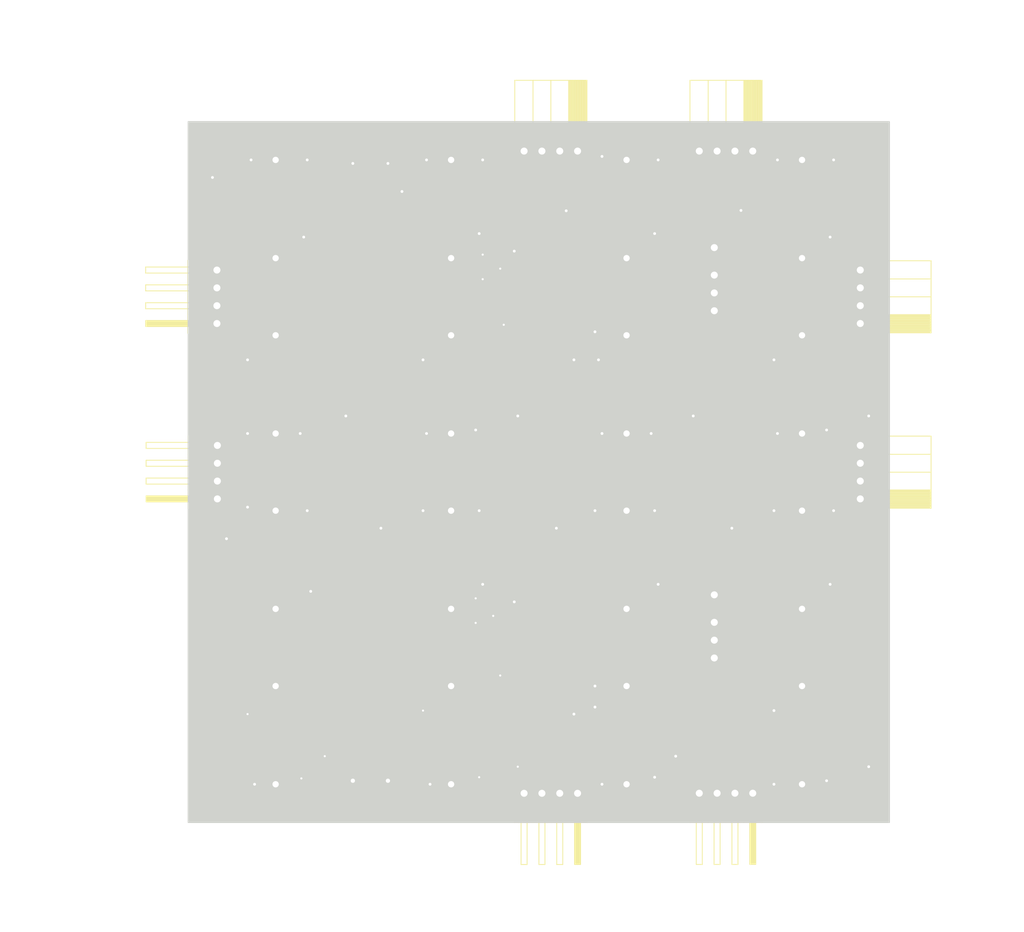
<source format=kicad_pcb>
(kicad_pcb (version 20241229) (generator "pcbnew") (generator_version "9.0")
  (title_block (title "4x4 LED_mux_switch panel") (date "2025-11-07"))
  (layers (0 "F.Cu" signal) (4 "In1.Cu" power "GND plane") (6 "In2.Cu" power "VCC plane") (2 "B.Cu" signal) (13 "F.Paste" user) (15 "B.Paste" user) (5 "F.SilkS" user "F.Silkscreen") (7 "B.SilkS" user "B.Silkscreen") (1 "F.Mask" user) (3 "B.Mask" user) (25 "Edge.Cuts" user))
  (net 0 "")
  (net 1 "GND")
  (net 2 "+5V")
  (net 3 "Net-(D1-DIN)")
  (net 4 "Net-(D1-DOUT)")
  (net 5 "Net-(D2-DOUT)")
  (net 6 "Net-(D3-DOUT)")
  (net 7 "Net-(D5-DOUT)")
  (net 8 "Net-(D5-DIN)")
  (net 9 "Net-(D6-DOUT)")
  (net 10 "Net-(D7-DOUT)")
  (net 11 "Net-(D10-DIN)")
  (net 12 "Net-(D9-DIN)")
  (net 13 "Net-(D10-DOUT)")
  (net 14 "Net-(D11-DOUT)")
  (net 15 "Net-(D13-DIN)")
  (net 16 "Net-(J1-Pin_1)")
  (net 17 "Net-(J2-Pin_3)")
  (net 18 "Net-(J2-Pin_2)")
  (net 19 "Net-(J2-Pin_1)")
  (net 20 "Net-(J3-Pin_1)")
  (net 21 "Net-(J4-Pin_2)")
  (net 22 "Net-(J4-Pin_1)")
  (net 23 "Net-(J4-Pin_3)")
  (net 24 "/Y00")
  (net 25 "/Y01")
  (net 26 "/Y02")
  (net 27 "/Y03")
  (net 28 "/Y04")
  (net 29 "/Y05")
  (net 30 "/Y06")
  (net 31 "/Y07")
  (net 32 "/Y10")
  (net 33 "/Y11")
  (net 34 "/Y12")
  (net 35 "/Y13")
  (net 36 "/Y14")
  (net 37 "/Y15")
  (net 38 "/Y16")
  (net 39 "/Y17")
  (net 40 "/DOUT_0")
  (net 41 "/DOUT_2")
  (net 42 "/DOUT_1")
  (net 43 "/DOUT_3")
  (net 44 "/DIN_0")
  (net 45 "/DIN_1")
  (net 46 "/DIN_3")
  (net 47 "/DIN_2")
  (net 50 "Net-(D13-DOUT)")
  (net 51 "Net-(D14-DOUT)")
  (net 52 "Net-(D15-DOUT)")
  (footprint "LED_SMD:LED_WS2812B_PLCC4_5.0x5.0mm_P3.2mm" (layer "F.Cu") (at 143.12 82.08 180)
    (property "Reference" "D11")
    (property "Value" "WS2812B")
  )
  (footprint "Reed_switch:ReedSwitch_2x14mm" (layer "F.Cu") (at 93.12 82.08 -90)
    (property "Reference" "SW9" (hide yes))
    (property "Value" "SW_Reed")
  )
  (footprint "Jumper:SolderJumper-2_P1.3mm_Open_Pad1.0x1.5mm" (layer "F.Cu") (at 174.62 119.58 90)
    (property "Reference" "JP2")
    (property "Value" "SolderJumper_2_Open" (hide yes))
  )
  (footprint "Jumper:SolderJumper-2_P1.3mm_Open_Pad1.0x1.5mm" (layer "F.Cu") (at 91.12 94.58 90)
    (property "Reference" "JP3")
    (property "Value" "SolderJumper_2_Open" (hide yes))
  )
  (footprint "Capacitor_SMD:C_0805_2012Metric_Pad1.18x1.45mm_HandSolder" (layer "F.Cu") (at 162.32 57.28)
    (property "Reference" "C13")
    (property "Value" "100nF")
  )
  (footprint "Reed_switch:ReedSwitch_2x14mm" (layer "F.Cu") (at 118.12 57.08 90)
    (property "Reference" "SW15" (hide yes))
    (property "Value" "SW_Reed")
  )
  (footprint "Connector_PinHeader_2.54mm:PinHeader_1x04_P2.54mm_Horizontal" (layer "F.Cu") (at 161.1 140.36 -90)
    (property "Reference" "J6")
    (property "Value" "Conn_01x04_Pin")
  )
  (footprint "LED_SMD:LED_WS2812B_PLCC4_5.0x5.0mm_P3.2mm" (layer "F.Cu") (at 93.12 132.08 180)
    (property "Reference" "D1")
    (property "Value" "WS2812B")
  )
  (footprint "LED_SMD:LED_WS2812B_PLCC4_5.0x5.0mm_P3.2mm" (layer "F.Cu") (at 118.12 82.08 180)
    (property "Reference" "D10")
    (property "Value" "WS2812B")
  )
  (footprint "LED_SMD:LED_WS2812B_PLCC4_5.0x5.0mm_P3.2mm" (layer "F.Cu") (at 168.12 82.08 180)
    (property "Reference" "D12")
    (property "Value" "WS2812B")
  )
  (footprint "Capacitor_SMD:C_0805_2012Metric_Pad1.18x1.45mm_HandSolder" (layer "F.Cu") (at 87.12 52.58)
    (property "Reference" "C16")
    (property "Value" "100nF")
  )
  (footprint "Capacitor_SMD:C_0805_2012Metric_Pad1.18x1.45mm_HandSolder" (layer "F.Cu") (at 112.12 102.58)
    (property "Reference" "C7")
    (property "Value" "100nF")
  )
  (footprint "TestPoint:TestPoint_Pad_3.0x3.0mm" (layer "F.Cu") (at 82.62 132.08)
    (property "Reference" "TP1")
    (property "Value" "DIN_0")
  )
  (footprint "Reed_switch:ReedSwitch_2x14mm" (layer "F.Cu") (at 143.12 132.08 -90)
    (property "Reference" "SW3" (hide yes))
    (property "Value" "SW_Reed")
  )
  (footprint "Connector_PinSocket_2.54mm:PinSocket_1x04_P2.54mm_Horizontal" (layer "F.Cu") (at 136.14 48.82 -90)
    (property "Reference" "J8")
    (property "Value" "Conn_01x04_Pin")
  )
  (footprint "TestPoint:TestPoint_Pad_4.0x4.0mm" (layer "F.Cu") (at 104.12 142.08)
    (property "Reference" "TP9")
    (property "Value" "VDD_IN")
  )
  (footprint "TestPoint:TestPoint_Pad_4.0x4.0mm" (layer "F.Cu") (at 104.12 47.08)
    (property "Reference" "TP11")
    (property "Value" "VDD_OUT")
  )
  (footprint "Resistor_SMD:R_0805_2012Metric_Pad1.20x1.40mm_HandSolder" (layer "F.Cu") (at 174.12 57.08 90)
    (property "Reference" "R4")
    (property "Value" "330")
  )
  (footprint "Resistor_SMD:R_0805_2012Metric_Pad1.20x1.40mm_HandSolder" (layer "F.Cu") (at 174.12 107.08 90)
    (property "Reference" "R2")
    (property "Value" "330")
  )
  (footprint "Capacitor_SMD:C_0805_2012Metric_Pad1.18x1.45mm_HandSolder" (layer "F.Cu") (at 137.32 57.28)
    (property "Reference" "C14")
    (property "Value" "100nF")
  )
  (footprint "LED_SMD:LED_WS2812B_PLCC4_5.0x5.0mm_P3.2mm" (layer "F.Cu") (at 93.12 57.08)
    (property "Reference" "D16")
    (property "Value" "WS2812B")
  )
  (footprint "Reed_switch:ReedSwitch_2x14mm" (layer "F.Cu") (at 93.12 132.08 -90)
    (property "Reference" "SW1" (hide yes))
    (property "Value" "SW_Reed")
  )
  (footprint "Capacitor_SMD:C_0805_2012Metric_Pad1.18x1.45mm_HandSolder" (layer "F.Cu") (at 87.12 102.08)
    (property "Reference" "C8")
    (property "Value" "100nF")
  )
  (footprint "LED_SMD:LED_WS2812B_PLCC4_5.0x5.0mm_P3.2mm" (layer "F.Cu") (at 93.12 107.08)
    (property "Reference" "D8")
    (property "Value" "WS2812B")
  )
  (footprint "Reed_switch:ReedSwitch_2x14mm" (layer "F.Cu") (at 143.12 57.08 90)
    (property "Reference" "SW14" (hide yes))
    (property "Value" "SW_Reed")
  )
  (footprint "Capacitor_SMD:C_0805_2012Metric_Pad1.18x1.45mm_HandSolder" (layer "F.Cu") (at 124.12 136.58 180)
    (property "Reference" "C2")
    (property "Value" "100nF")
  )
  (footprint "LED_SMD:LED_WS2812B_PLCC4_5.0x5.0mm_P3.2mm" (layer "F.Cu") (at 143.12 132.08 180)
    (property "Reference" "D3")
    (property "Value" "WS2812B")
  )
  (footprint "LED_SMD:LED_WS2812B_PLCC4_5.0x5.0mm_P3.2mm" (layer "F.Cu") (at 143.12 107.08)
    (property "Reference" "D6")
    (property "Value" "WS2812B")
  )
  (footprint "LED_SMD:LED_WS2812B_PLCC4_5.0x5.0mm_P3.2mm" (layer "F.Cu") (at 118.12 132.08 180)
    (property "Reference" "D2")
    (property "Value" "WS2812B")
  )
  (footprint "Connector_PinSocket_2.54mm:PinSocket_1x04_P2.54mm_Horizontal" (layer "F.Cu") (at 176.42 73.4 180)
    (property "Reference" "J11")
    (property "Value" "Conn_01x04_Pin")
  )
  (footprint "Capacitor_SMD:C_0805_2012Metric_Pad1.18x1.45mm_HandSolder" (layer "F.Cu") (at 149.12 86.58 180)
    (property "Reference" "C11")
    (property "Value" "100nF")
  )
  (footprint "TestPoint:TestPoint_Pad_3.0x3.0mm" (layer "F.Cu") (at 178.62 82.08)
    (property "Reference" "TP6")
    (property "Value" "DOUT_2")
  )
  (footprint "LED_SMD:LED_WS2812B_PLCC4_5.0x5.0mm_P3.2mm" (layer "F.Cu") (at 118.12 57.08)
    (property "Reference" "D15")
    (property "Value" "WS2812B")
  )
  (footprint "Reed_switch:ReedSwitch_2x14mm" (layer "F.Cu") (at 168.12 107.08 90)
    (property "Reference" "SW5" (hide yes))
    (property "Value" "SW_Reed")
  )
  (footprint "Connector_PinHeader_2.54mm:PinHeader_1x04_P2.54mm_Horizontal" (layer "F.Cu") (at 84.82 98.4 180)
    (property "Reference" "J10")
    (property "Value" "Conn_01x04_Pin")
  )
  (footprint "Reed_switch:ReedSwitch_2x14mm" (layer "F.Cu") (at 118.12 82.08 -90)
    (property "Reference" "SW10" (hide yes))
    (property "Value" "SW_Reed")
  )
  (footprint "LED_SMD:LED_WS2812B_PLCC4_5.0x5.0mm_P3.2mm" (layer "F.Cu") (at 118.12 107.08)
    (property "Reference" "D7")
    (property "Value" "WS2812B")
  )
  (footprint "Capacitor_SMD:C_0805_2012Metric_Pad1.18x1.45mm_HandSolder" (layer "F.Cu") (at 99.12 136.58 180)
    (property "Reference" "C1")
    (property "Value" "100nF")
  )
  (footprint "Jumper:SolderJumper-2_P1.3mm_Open_Pad1.0x1.5mm" (layer "F.Cu") (at 84.820029 142.580999 90)
    (property "Reference" "JP1")
    (property "Value" "SolderJumper_2_Open" (hide yes))
  )
  (footprint "Reed_switch:ReedSwitch_2x14mm" (layer "F.Cu") (at 118.12 132.08 -90)
    (property "Reference" "SW2" (hide yes))
    (property "Value" "SW_Reed")
  )
  (footprint "LED_SMD:LED_WS2812B_PLCC4_5.0x5.0mm_P3.2mm" (layer "F.Cu") (at 168.12 57.08)
    (property "Reference" "D13")
    (property "Value" "WS2812B")
  )
  (footprint "TestPoint:TestPoint_Pad_3.0x3.0mm" (layer "F.Cu") (at 178.62 57.08)
    (property "Reference" "TP7")
    (property "Value" "DIN_3")
  )
  (footprint "Resistor_SMD:R_0805_2012Metric_Pad1.20x1.40mm_HandSolder" (layer "F.Cu") (at 87.12 132.08 90)
    (property "Reference" "R1")
    (property "Value" "330")
  )
  (footprint "Reed_switch:ReedSwitch_2x14mm" (layer "F.Cu") (at 93.12 57.08 90)
    (property "Reference" "SW16" (hide yes))
    (property "Value" "SW_Reed")
  )
  (footprint "Connector_PinHeader_2.54mm:PinHeader_1x04_P2.54mm_Horizontal" (layer "F.Cu") (at 136.14 140.37 -90)
    (property "Reference" "J5")
    (property "Value" "Conn_01x04_Pin")
  )
  (footprint "Reed_switch:ReedSwitch_2x14mm" (layer "F.Cu") (at 168.12 57.08 90)
    (property "Reference" "SW13" (hide yes))
    (property "Value" "SW_Reed")
  )
  (footprint "Jumper:SolderJumper-2_P1.3mm_Open_Pad1.0x1.5mm" (layer "F.Cu") (at 84.120707 46.229293 90)
    (property "Reference" "JP5")
    (property "Value" "SolderJumper_2_Open" (hide yes))
  )
  (footprint "Capacitor_SMD:C_0805_2012Metric_Pad1.18x1.45mm_HandSolder" (layer "F.Cu") (at 124.12 86.58 180)
    (property "Reference" "C10")
    (property "Value" "100nF")
  )
  (footprint "TestPoint:TestPoint_Pad_4.0x4.0mm" (layer "F.Cu") (at 109.12 142.08)
    (property "Reference" "TP10")
    (property "Value" "GND_IN")
  )
  (footprint "TestPoint:TestPoint_Pad_3.0x3.0mm" (layer "F.Cu") (at 82.62 82.08)
    (property "Reference" "TP5")
    (property "Value" "DIN_2")
  )
  (footprint "Reed_switch:ReedSwitch_2x14mm" (layer "F.Cu") (at 118.12 107.08 90)
    (property "Reference" "SW7")
    (property "Value" "SW_Reed")
  )
  (footprint "Capacitor_SMD:C_0805_2012Metric_Pad1.18x1.45mm_HandSolder" (layer "F.Cu") (at 174.12 136.58 180)
    (property "Reference" "C4")
    (property "Value" "100nF")
  )
  (footprint "Reed_switch:ReedSwitch_2x14mm" (layer "F.Cu") (at 168.12 132.08 -90)
    (property "Reference" "SW4" (hide yes))
    (property "Value" "SW_Reed")
  )
  (footprint "Capacitor_SMD:C_0805_2012Metric_Pad1.18x1.45mm_HandSolder" (layer "F.Cu") (at 162.12 102.58)
    (property "Reference" "C5")
    (property "Value" "100nF")
  )
  (footprint "Resistor_SMD:R_0805_2012Metric_Pad1.20x1.40mm_HandSolder" (layer "F.Cu") (at 87.12 82.08 90)
    (property "Reference" "R3")
    (property "Value" "330")
  )
  (footprint "Reed_switch:ReedSwitch_2x14mm" (layer "F.Cu") (at 143.12 107.08 90)
    (property "Reference" "SW6" (hide yes))
    (property "Value" "SW_Reed")
  )
  (footprint "Capacitor_SMD:C_0805_2012Metric_Pad1.18x1.45mm_HandSolder" (layer "F.Cu") (at 174.12 86.58 180)
    (property "Reference" "C12")
    (property "Value" "100nF")
  )
  (footprint "Capacitor_SMD:C_0805_2012Metric_Pad1.18x1.45mm_HandSolder" (layer "F.Cu") (at 149.12 136.58 180)
    (property "Reference" "C3")
    (property "Value" "100nF")
  )
  (footprint "Connector_PinHeader_2.54mm:PinHeader_1x04_P2.54mm_Horizontal" (layer "F.Cu") (at 84.755 73.4 180)
    (property "Reference" "J9")
    (property "Value" "Conn_01x04_Pin")
  )
  (footprint "Connector_PinSocket_2.54mm:PinSocket_1x04_P2.54mm_Horizontal" (layer "F.Cu") (at 161.1 48.82 -90)
    (property "Reference" "J7")
    (property "Value" "Conn_01x04_Pin")
  )
  (footprint "LED_SMD:LED_WS2812B_PLCC4_5.0x5.0mm_P3.2mm" (layer "F.Cu") (at 93.12 82.08 180)
    (property "Reference" "D9")
    (property "Value" "WS2812B")
  )
  (footprint "TestPoint:TestPoint_Pad_3.0x3.0mm" (layer "F.Cu") (at 178.62 132.08)
    (property "Reference" "TP2")
    (property "Value" "DOUT_0")
  )
  (footprint "Reed_switch:ReedSwitch_2x14mm" (layer "F.Cu") (at 143.12 82.08 -90)
    (property "Reference" "SW11" (hide yes))
    (property "Value" "SW_Reed")
  )
  (footprint "LED_SMD:LED_WS2812B_PLCC4_5.0x5.0mm_P3.2mm" (layer "F.Cu") (at 143.12 57.08)
    (property "Reference" "D14")
    (property "Value" "WS2812B")
  )
  (footprint "TestPoint:TestPoint_Pad_4.0x4.0mm" (layer "F.Cu") (at 109.12 47.08)
    (property "Reference" "TP12")
    (property "Value" "GND_OUT")
  )
  (footprint "TestPoint:TestPoint_Pad_3.0x3.0mm" (layer "F.Cu") (at 178.62 107.08)
    (property "Reference" "TP3")
    (property "Value" "DIN_1")
  )
  (footprint "Jumper:SolderJumper-2_P1.3mm_Open_Pad1.0x1.5mm" (layer "F.Cu") (at 169.62 69.58 90)
    (property "Reference" "JP4")
    (property "Value" "SolderJumper_2_Open" (hide yes))
  )
  (footprint "Capacitor_SMD:C_0805_2012Metric_Pad1.18x1.45mm_HandSolder" (layer "F.Cu") (at 137.12 102.58)
    (property "Reference" "C6")
    (property "Value" "100nF")
  )
  (footprint "TestPoint:TestPoint_Pad_3.0x3.0mm" (layer "F.Cu") (at 82.62 57.08)
    (property "Reference" "TP8")
    (property "Value" "DOUT_3")
  )
  (footprint "Reed_switch:ReedSwitch_2x14mm" (layer "F.Cu") (at 93.12 107.08 90)
    (property "Reference" "SW8")
    (property "Value" "SW_Reed")
  )
  (footprint "Capacitor_SMD:C_0805_2012Metric_Pad1.18x1.45mm_HandSolder" (layer "F.Cu") (at 99.12 86.58 180)
    (property "Reference" "C9")
    (property "Value" "100nF")
  )
  (footprint "Capacitor_SMD:C_0805_2012Metric_Pad1.18x1.45mm_HandSolder" (layer "F.Cu") (at 112.12 53.08)
    (property "Reference" "C15")
    (property "Value" "100nF")
  )
  (footprint "LED_SMD:LED_WS2812B_PLCC4_5.0x5.0mm_P3.2mm" (layer "F.Cu") (at 168.12 132.08 180)
    (property "Reference" "D4")
    (property "Value" "WS2812B")
  )
  (footprint "TestPoint:TestPoint_Pad_3.0x3.0mm" (layer "F.Cu") (at 82.62 107.08)
    (property "Reference" "TP4")
    (property "Value" "DOUT_1")
  )
  (footprint "LED_SMD:LED_WS2812B_PLCC4_5.0x5.0mm_P3.2mm" (layer "F.Cu") (at 168.12 107.08)
    (property "Reference" "D5")
    (property "Value" "WS2812B")
  )
  (footprint "Reed_switch:ReedSwitch_2x14mm" (layer "F.Cu") (at 168.12 82.08 -90)
    (property "Reference" "SW12" (hide yes))
    (property "Value" "SW_Reed")
  )
  (footprint "Connector_PinSocket_2.54mm:PinSocket_1x04_P2.54mm_Horizontal" (layer "F.Cu") (at 176.42 98.4 180)
    (property "Reference" "J12")
    (property "Value" "Conn_01x04_Pin")
  )
  (footprint "Capacitor_SMD:C_0805_2012Metric_Pad1.18x1.45mm_HandSolder" (layer "B.Cu") (at 135.62 126.08 -90)
    (property "Reference" "C18")
    (property "Value" "100nF")
  )
  (footprint "Connector_PinHeader_2.54mm:PinHeader_1x01_P2.54mm_Vertical" (layer "B.Cu") (at 155.62 112.08)
    (property "Reference" "J1")
    (property "Value" "Conn_01x01_Pin")
  )
  (footprint "74HC4051D_653:SOIC127P600X175-16N" (layer "B.Cu") (at 130.62 119.58)
    (property "Reference" "U1")
    (property "Value" "74HC4051D_653")
  )
  (footprint "Capacitor_SMD:C_0805_2012Metric_Pad1.18x1.45mm_HandSolder" (layer "B.Cu") (at 135.62 75.58 -90)
    (property "Reference" "C17")
    (property "Value" "100nF")
  )
  (footprint "Connector_PinHeader_2.54mm:PinHeader_1x03_P2.54mm_Vertical" (layer "B.Cu") (at 155.62 121.08)
    (property "Reference" "J2")
    (property "Value" "Conn_01x03_Pin")
  )
  (footprint "Connector_PinHeader_2.54mm:PinHeader_1x03_P2.54mm_Vertical" (layer "B.Cu") (at 155.62 71.58)
    (property "Reference" "J4")
    (property "Value" "Conn_01x03_Pin")
  )
  (footprint "Connector_PinHeader_2.54mm:PinHeader_1x01_P2.54mm_Vertical" (layer "B.Cu") (at 155.62 62.58)
    (property "Reference" "J3")
    (property "Value" "Conn_01x01_Pin")
  )
  (footprint "74HC4051D_653:SOIC127P600X175-16N" (layer "B.Cu") (at 130.62 69.58)
    (property "Reference" "U2")
    (property "Value" "74HC4051D_653")
  )
  (gr_rect (start 80.62 44.58) (end 180.62 144.58) (stroke (width 0.05)) (fill no) (layer "Edge.Cuts"))
  (gr_text "DOUT" (at 176.62 85.08 0) (layer "F.SilkS") (effects (font (size 1 1) (thickness 0.1)) (justify left bottom)))
  (gr_text "GND" (at 111.62 48.08 0) (layer "F.SilkS") (effects (font (size 1 1) (thickness 0.1)) (justify left bottom)))
  (gr_text "DOUT" (at 176.62 135.08 0) (layer "F.SilkS") (effects (font (size 1 1) (thickness 0.1)) (justify left bottom)))
  (gr_text "DOUT" (at 80.62 110.08 0) (layer "F.SilkS") (effects (font (size 1 1) (thickness 0.1)) (justify left bottom)))
  (gr_text "DIN" (at 81.12 85.08 0) (layer "F.SilkS") (effects (font (size 1 1) (thickness 0.1)) (justify left bottom)))
  (gr_text "DIN" (at 177.12 110.08 0) (layer "F.SilkS") (effects (font (size 1 1) (thickness 0.1)) (justify left bottom)))
  (gr_text "DIN" (at 177.12 60.08 0) (layer "F.SilkS") (effects (font (size 1 1) (thickness 0.1)) (justify left bottom)))
  (gr_text "DOUT" (at 80.62 60.08 0) (layer "F.SilkS") (effects (font (size 1 1) (thickness 0.1)) (justify left bottom)))
  (gr_text "+5V VDD" (at 129.04 51.79 0) (layer "F.SilkS") (effects (font (size 1 1) (thickness 0.1)) (justify left bottom)))
  (gr_text "GND" (at 156.12 138.38 0) (layer "F.SilkS") (effects (font (size 1 1) (thickness 0.1)) (justify left bottom)))
  (gr_text "DIN" (at 81.12 135.08 0) (layer "F.SilkS") (effects (font (size 1 1) (thickness 0.1)) (justify left bottom)))
  (gr_text "GND" (at 153.62 51.8 0) (layer "F.SilkS") (effects (font (size 1 1) (thickness 0.1)) (justify left bottom)))
  (gr_text "+5V VDD" (at 129.12 138.38 0) (layer "F.SilkS") (effects (font (size 1 1) (thickness 0.1)) (justify left bottom)))
  (gr_text "GND" (at 111.62 142.08 0) (layer "F.SilkS") (effects (font (size 1 1) (thickness 0.1)) (justify left bottom)))
  (gr_text "+5V" (at 98.62 47.58 0) (layer "F.SilkS") (effects (font (size 1 1) (thickness 0.1)) (justify left bottom)))
  (gr_text "+5V" (at 98.62 142.08 0) (layer "F.SilkS") (effects (font (size 1 1) (thickness 0.1)) (justify left bottom)))
  (gr_text "S1\n\n" (at 159.279118 120.994469 0) (layer "B.SilkS") (effects (font (size 1 1) (thickness 0.1)) (justify left bottom mirror)))
  (gr_text "M_OUT" (at 162.205398 63.263059 0) (layer "B.SilkS") (effects (font (size 1 1) (thickness 0.1)) (justify left bottom mirror)))
  (gr_text "S1\n\n" (at 159.241059 71.434728 0) (layer "B.SilkS") (effects (font (size 1 1) (thickness 0.1)) (justify left bottom mirror)))
  (gr_text "S0\n\n" (at 159.265271 74.049608 0) (layer "B.SilkS") (effects (font (size 1 1) (thickness 0.1)) (justify left bottom mirror)))
  (gr_text "S2" (at 159.289482 67.173443 0) (layer "B.SilkS") (effects (font (size 1 1) (thickness 0.1)) (justify left bottom mirror)))
  (gr_text "S0\n\n" (at 159.30333 123.609349 0) (layer "B.SilkS") (effects (font (size 1 1) (thickness 0.1)) (justify left bottom mirror)))
  (gr_text "M_OUT" (at 162.243457 112.8228 0) (layer "B.SilkS") (effects (font (size 1 1) (thickness 0.1)) (justify left bottom mirror)))
  (gr_text "S2" (at 159.327541 116.733184 0) (layer "B.SilkS") (effects (font (size 1 1) (thickness 0.1)) (justify left bottom mirror)))
  (segment (start 127.62 86.58) (end 125.1575 86.58) (width 0.4) (layer "F.Cu") (net 1))
  (segment (start 150.12 135.08) (end 150.1575 136.58) (width 0.4) (layer "F.Cu") (net 1))
  (segment (start 98.12 111.58) (end 95.77 108.73) (width 0.4) (layer "F.Cu") (net 1))
  (segment (start 90.67 80.13) (end 89.12 78.58) (width 0.4) (layer "F.Cu") (net 1))
  (segment (start 147.62 110.58) (end 145.77 108.73) (width 0.4) (layer "F.Cu") (net 1))
  (segment (start 161.2825 57.28) (end 159.42 57.28) (width 0.4) (layer "F.Cu") (net 1))
  (segment (start 95.57 59.53) (end 97.12 61.08) (width 0.3) (layer "F.Cu") (net 1))
  (segment (start 109.12 142.08) (end 109.12 138.58) (width 3) (layer "F.Cu") (net 1))
  (segment (start 95.77 108.73) (end 95.57 108.73) (width 0.4) (layer "F.Cu") (net 1))
  (segment (start 152.62 86.58) (end 150.1575 86.58) (width 0.4) (layer "F.Cu") (net 1))
  (segment (start 134.57 57.28) (end 134.52 57.33) (width 0.4) (layer "F.Cu") (net 1))
  (segment (start 115.67 80.43) (end 115.67 80.13) (width 0.4) (layer "F.Cu") (net 1))
  (segment (start 170.57 109.03) (end 172.12 110.58) (width 0.4) (layer "F.Cu") (net 1))
  (segment (start 140.67 80.43) (end 140.67 80.13) (width 0.4) (layer "F.Cu") (net 1))
  (segment (start 158.12 102.58) (end 161.0825 102.58) (width 0.4) (layer "F.Cu") (net 1))
  (segment (start 140.67 80.13) (end 139.12 78.58) (width 0.4) (layer "F.Cu") (net 1))
  (segment (start 115.67 80.13) (end 114.12 78.58) (width 0.4) (layer "F.Cu") (net 1))
  (segment (start 125.1575 136.58) (end 127.62 136.58) (width 0.3) (layer "F.Cu") (net 1))
  (segment (start 120.57 58.73) (end 120.57 59.03) (width 0.4) (layer "F.Cu") (net 1))
  (segment (start 86.0825 52.58) (end 84.12 52.58) (width 0.3) (layer "F.Cu") (net 1))
  (segment (start 95.57 58.73) (end 95.57 59.53) (width 0.3) (layer "F.Cu") (net 1))
  (segment (start 90.47 130.43) (end 90.67 130.43) (width 0.3) (layer "F.Cu") (net 1))
  (segment (start 103.12 86.58) (end 100.1575 86.58) (width 0.4) (layer "F.Cu") (net 1))
  (segment (start 139.62 129.38) (end 140.67 130.43) (width 0.4) (layer "F.Cu") (net 1))
  (segment (start 170.57 59.53) (end 172.12 61.08) (width 0.4) (layer "F.Cu") (net 1))
  (segment (start 170.57 108.73) (end 170.57 109.03) (width 0.4) (layer "F.Cu") (net 1))
  (segment (start 165.67 130.13) (end 165.67 130.43) (width 0.4) (layer "F.Cu") (net 1))
  (segment (start 90.67 80.43) (end 90.67 80.13) (width 0.4) (layer "F.Cu") (net 1))
  (segment (start 120.57 59.03) (end 122.12 60.58) (width 0.4) (layer "F.Cu") (net 1))
  (segment (start 120.77 108.73) (end 120.57 108.73) (width 0.4) (layer "F.Cu") (net 1))
  (segment (start 100.1575 136.58) (end 100.12 135.08) (width 0.3) (layer "F.Cu") (net 1))
  (segment (start 177.62 86.58) (end 175.1575 86.58) (width 0.4) (layer "F.Cu") (net 1))
  (segment (start 114.12 128.58) (end 115.67 130.43) (width 0.3) (layer "F.Cu") (net 1))
  (segment (start 133.12 102.58) (end 136.0825 102.58) (width 0.4) (layer "F.Cu") (net 1))
  (segment (start 109.12 47.08) (end 109.12 50.58) (width 3) (layer "F.Cu") (net 1))
  (segment (start 122.62 110.58) (end 120.77 108.73) (width 0.4) (layer "F.Cu") (net 1))
  (segment (start 145.57 58.73) (end 145.57 59.03) (width 0.4) (layer "F.Cu") (net 1))
  (segment (start 138.62 128.08) (end 139.62 129.38) (width 0.4) (layer "F.Cu") (net 1))
  (segment (start 111.12 53.1175) (end 111.0825 53.08) (width 0.4) (layer "F.Cu") (net 1))
  (segment (start 165.67 80.13) (end 164.12 78.58) (width 0.4) (layer "F.Cu") (net 1))
  (segment (start 165.67 80.43) (end 165.67 80.13) (width 0.4) (layer "F.Cu") (net 1))
  (segment (start 86.12 104.08) (end 86.0825 102.08) (width 0.4) (layer "F.Cu") (net 1))
  (segment (start 108.12 102.58) (end 111.0825 102.58) (width 0.4) (layer "F.Cu") (net 1))
  (segment (start 177.62 136.58) (end 175.1575 136.58) (width 0.4) (layer "F.Cu") (net 1))
  (segment (start 111.12 54.58) (end 111.12 53.1175) (width 0.4) (layer "F.Cu") (net 1))
  (segment (start 145.57 59.03) (end 147.12 60.58) (width 0.4) (layer "F.Cu") (net 1))
  (segment (start 145.77 108.73) (end 145.57 108.73) (width 0.4) (layer "F.Cu") (net 1))
  (segment (start 170.57 58.73) (end 170.57 59.53) (width 0.4) (layer "F.Cu") (net 1))
  (segment (start 89.12 129.08) (end 90.47 130.43) (width 0.3) (layer "F.Cu") (net 1))
  (segment (start 136.2825 57.28) (end 134.57 57.28) (width 0.4) (layer "F.Cu") (net 1))
  (segment (start 164.12 128.58) (end 165.67 130.13) (width 0.4) (layer "F.Cu") (net 1))
  (via blind (at 97.12 61.08) (size 0.8) (drill 0.4) (layers "F.Cu" "In1.Cu") (net 1))
  (via blind (at 158.12 102.58) (size 0.8) (drill 0.4) (layers "F.Cu" "In1.Cu") (net 1))
  (via blind (at 109.12 138.58) (size 1.2) (drill 0.6) (layers "F.Cu" "In1.Cu") (net 1))
  (via blind (at 100.12 135.08) (size 0.6) (drill 0.3) (layers "F.Cu" "In1.Cu") (net 1))
  (via blind (at 172.12 61.08) (size 0.8) (drill 0.4) (layers "F.Cu" "In1.Cu") (net 1))
  (via blind (at 147.62 110.58) (size 0.8) (drill 0.4) (layers "F.Cu" "In1.Cu") (net 1))
  (via blind (at 109.12 50.58) (size 0.8) (drill 0.4) (layers "F.Cu" "In1.Cu") (net 1))
  (via blind (at 159.42 57.28) (size 0.8) (drill 0.4) (layers "F.Cu" "In1.Cu") (net 1))
  (via blind (at 86.12 104.08) (size 0.8) (drill 0.4) (layers "F.Cu" "In1.Cu") (net 1))
  (via blind (at 150.12 135.08) (size 0.8) (drill 0.4) (layers "F.Cu" "In1.Cu") (net 1))
  (via blind (at 138.62 128.08) (size 0.8) (drill 0.4) (layers "F.Cu" "In1.Cu") (net 1))
  (via blind (at 108.12 102.58) (size 0.8) (drill 0.4) (layers "F.Cu" "In1.Cu") (net 1))
  (via blind (at 111.12 54.58) (size 0.8) (drill 0.4) (layers "F.Cu" "In1.Cu") (net 1))
  (via blind (at 139.12 78.58) (size 0.8) (drill 0.4) (layers "F.Cu" "In1.Cu") (net 1))
  (via blind (at 122.12 60.58) (size 0.8) (drill 0.4) (layers "F.Cu" "In1.Cu") (net 1))
  (via blind (at 122.62 110.58) (size 0.8) (drill 0.4) (layers "F.Cu" "In1.Cu") (net 1))
  (via blind (at 164.12 128.58) (size 0.8) (drill 0.4) (layers "F.Cu" "In1.Cu") (net 1))
  (via blind (at 127.62 136.58) (size 0.6) (drill 0.3) (layers "F.Cu" "In1.Cu") (net 1))
  (via blind (at 89.12 129.08) (size 0.6) (drill 0.3) (layers "F.Cu" "In1.Cu") (net 1))
  (via blind (at 177.62 136.58) (size 0.8) (drill 0.4) (layers "F.Cu" "In1.Cu") (net 1))
  (via blind (at 89.12 78.58) (size 0.8) (drill 0.4) (layers "F.Cu" "In1.Cu") (net 1))
  (via blind (at 114.12 128.58) (size 0.6) (drill 0.3) (layers "F.Cu" "In1.Cu") (net 1))
  (via blind (at 134.52 57.33) (size 0.8) (drill 0.4) (layers "F.Cu" "In1.Cu") (net 1))
  (via blind (at 98.12 111.58) (size 0.8) (drill 0.4) (layers "F.Cu" "In1.Cu") (net 1))
  (via blind (at 133.12 102.58) (size 0.8) (drill 0.4) (layers "F.Cu" "In1.Cu") (net 1))
  (via blind (at 177.62 86.58) (size 0.8) (drill 0.4) (layers "F.Cu" "In1.Cu") (net 1))
  (via blind (at 152.62 86.58) (size 0.8) (drill 0.4) (layers "F.Cu" "In1.Cu") (net 1))
  (via blind (at 114.12 78.58) (size 0.8) (drill 0.4) (layers "F.Cu" "In1.Cu") (net 1))
  (via blind (at 172.12 110.58) (size 0.8) (drill 0.4) (layers "F.Cu" "In1.Cu") (net 1))
  (via blind (at 164.12 78.58) (size 0.8) (drill 0.4) (layers "F.Cu" "In1.Cu") (net 1))
  (via blind (at 127.62 86.58) (size 0.8) (drill 0.4) (layers "F.Cu" "In1.Cu") (net 1))
  (via blind (at 103.12 86.58) (size 0.8) (drill 0.4) (layers "F.Cu" "In1.Cu") (net 1))
  (via blind (at 84.12 52.58) (size 0.8) (drill 0.4) (layers "F.Cu" "In1.Cu") (net 1))
  (via blind (at 147.12 60.58) (size 0.8) (drill 0.4) (layers "F.Cu" "In1.Cu") (net 1))
  (segment (start 128.0292 116.405) (end 128.0292 117.675) (width 0.3) (layer "B.Cu") (net 1))
  (segment (start 128.0292 65.135) (end 128.0292 63.9892) (width 0.4) (layer "B.Cu") (net 1))
  (segment (start 128.0292 115.135) (end 128.0292 113.9892) (width 0.3) (layer "B.Cu") (net 1))
  (segment (start 128.0292 63.9892) (end 127.12 63.08) (width 0.4) (layer "B.Cu") (net 1))
  (segment (start 135.62 129.08) (end 135.62 127.1175) (width 0.4) (layer "B.Cu") (net 1))
  (segment (start 128.0292 113.9892) (end 127.12 113.08) (width 0.3) (layer "B.Cu") (net 1))
  (segment (start 135.62 78.58) (end 135.62 76.6175) (width 0.4) (layer "B.Cu") (net 1))
  (segment (start 128.0292 115.135) (end 128.0292 116.405) (width 0.3) (layer "B.Cu") (net 1))
  (segment (start 128.0292 67.675) (end 128.0292 65.135) (width 0.4) (layer "B.Cu") (net 1))
  (via blind (at 127.12 63.08) (size 0.8) (drill 0.4) (layers "In1.Cu" "B.Cu") (net 1))
  (via blind (at 135.62 78.58) (size 0.8) (drill 0.4) (layers "In1.Cu" "B.Cu") (net 1))
  (via blind (at 127.12 113.08) (size 0.8) (drill 0.4) (layers "In1.Cu" "B.Cu") (net 1))
  (via blind (at 135.62 129.08) (size 0.8) (drill 0.4) (layers "In1.Cu" "B.Cu") (net 1))
  (segment (start 114.12 100.08) (end 113.1575 101.5425) (width 0.4) (layer "F.Cu") (net 2))
  (segment (start 140.67 105.0925) (end 138.1575 102.58) (width 0.4) (layer "F.Cu") (net 2))
  (segment (start 90.67 55.43) (end 88.1575 52.9175) (width 0.3) (layer "F.Cu") (net 2))
  (segment (start 104.12 47.08) (end 104.12 50.58) (width 3) (layer "F.Cu") (net 2))
  (segment (start 123.0825 137.1175) (end 122.12 138.08) (width 0.4) (layer "F.Cu") (net 2))
  (segment (start 138.62 100.08) (end 138.1575 101.5425) (width 0.4) (layer "F.Cu") (net 2))
  (segment (start 115.5075 55.43) (end 113.1575 53.08) (width 0.4) (layer "F.Cu") (net 2))
  (segment (start 90.67 105.43) (end 88.1575 102.9175) (width 0.4) (layer "F.Cu") (net 2))
  (segment (start 115.67 105.43) (end 115.67 105.0925) (width 0.4) (layer "F.Cu") (net 2))
  (segment (start 97.12 137.58) (end 98.0825 136.6175) (width 0.3) (layer "F.Cu") (net 2))
  (segment (start 170.57 133.73) (end 170.57 134.0675) (width 0.4) (layer "F.Cu") (net 2))
  (segment (start 148.0825 87.6175) (end 146.62 89.08) (width 0.4) (layer "F.Cu") (net 2))
  (segment (start 163.1575 101.5425) (end 163.1575 102.58) (width 0.4) (layer "F.Cu") (net 2))
  (segment (start 95.57 83.73) (end 95.57 84.0675) (width 0.4) (layer "F.Cu") (net 2))
  (segment (start 140.67 105.43) (end 140.67 105.0925) (width 0.4) (layer "F.Cu") (net 2))
  (segment (start 115.67 55.43) (end 115.5075 55.43) (width 0.4) (layer "F.Cu") (net 2))
  (segment (start 98.0825 136.2425) (end 98.0825 136.58) (width 0.3) (layer "F.Cu") (net 2))
  (segment (start 115.67 105.0925) (end 113.1575 102.58) (width 0.4) (layer "F.Cu") (net 2))
  (segment (start 170.57 134.0675) (end 173.0825 136.58) (width 0.4) (layer "F.Cu") (net 2))
  (segment (start 163.82 57.28) (end 163.3575 57.28) (width 0.4) (layer "F.Cu") (net 2))
  (segment (start 115.67 55.43) (end 115.67 55.0925) (width 0.4) (layer "F.Cu") (net 2))
  (segment (start 120.57 83.73) (end 120.57 84.0675) (width 0.4) (layer "F.Cu") (net 2))
  (segment (start 148.0825 86.58) (end 148.0825 87.6175) (width 0.4) (layer "F.Cu") (net 2))
  (segment (start 140.67 55.43) (end 138.82 57.28) (width 0.4) (layer "F.Cu") (net 2))
  (segment (start 173.0825 86.58) (end 173.0825 87.1175) (width 0.4) (layer "F.Cu") (net 2))
  (segment (start 88.1575 101.5425) (end 88.1575 102.08) (width 0.4) (layer "F.Cu") (net 2))
  (segment (start 88.1575 52.58) (end 88.1575 52.0425) (width 0.3) (layer "F.Cu") (net 2))
  (segment (start 88.1575 52.9175) (end 88.1575 52.58) (width 0.3) (layer "F.Cu") (net 2))
  (segment (start 145.57 134.0675) (end 148.0825 136.58) (width 0.4) (layer "F.Cu") (net 2))
  (segment (start 165.67 55.43) (end 163.82 57.28) (width 0.4) (layer "F.Cu") (net 2))
  (segment (start 120.57 84.0675) (end 123.0825 86.58) (width 0.4) (layer "F.Cu") (net 2))
  (segment (start 173.0825 137.1175) (end 173.0825 136.58) (width 0.4) (layer "F.Cu") (net 2))
  (segment (start 120.57 133.73) (end 120.57 134.0675) (width 0.4) (layer "F.Cu") (net 2))
  (segment (start 165.67 105.43) (end 165.67 105.0925) (width 0.4) (layer "F.Cu") (net 2))
  (segment (start 138.3575 57.28) (end 138.1575 57.08) (width 0.4) (layer "F.Cu") (net 2))
  (segment (start 95.57 133.73) (end 98.0825 136.2425) (width 0.3) (layer "F.Cu") (net 2))
  (segment (start 123.0825 136.58) (end 123.0825 137.1175) (width 0.4) (layer "F.Cu") (net 2))
  (segment (start 88.1575 102.9175) (end 88.1575 102.08) (width 0.4) (layer "F.Cu") (net 2))
  (segment (start 145.57 133.73) (end 145.57 134.0675) (width 0.4) (layer "F.Cu") (net 2))
  (segment (start 120.57 134.0675) (end 123.0825 136.58) (width 0.4) (layer "F.Cu") (net 2))
  (segment (start 163.1575 52.0425) (end 164.62 50.58) (width 0.4) (layer "F.Cu") (net 2))
  (segment (start 145.57 84.0675) (end 148.0825 86.58) (width 0.4) (layer "F.Cu") (net 2))
  (segment (start 170.57 83.73) (end 170.57 84.0675) (width 0.4) (layer "F.Cu") (net 2))
  (segment (start 164.12 100.08) (end 163.1575 101.5425) (width 0.4) (layer "F.Cu") (net 2))
  (segment (start 170.57 84.0675) (end 173.0825 86.58) (width 0.4) (layer "F.Cu") (net 2))
  (segment (start 173.0825 87.1175) (end 171.62 88.58) (width 0.4) (layer "F.Cu") (net 2))
  (segment (start 145.57 83.73) (end 145.57 84.0675) (width 0.4) (layer "F.Cu") (net 2))
  (segment (start 171.62 138.58) (end 173.0825 137.1175) (width 0.4) (layer "F.Cu") (net 2))
  (segment (start 163.3575 57.28) (end 163.1575 57.08) (width 0.4) (layer "F.Cu") (net 2))
  (segment (start 98.0825 86.58) (end 98.0825 87.6175) (width 0.4) (layer "F.Cu") (net 2))
  (segment (start 163.1575 57.08) (end 163.1575 52.0425) (width 0.4) (layer "F.Cu") (net 2))
  (segment (start 98.0825 136.6175) (end 98.0825 136.58) (width 0.3) (layer "F.Cu") (net 2))
  (segment (start 138.1575 52.0425) (end 139.62 50.58) (width 0.4) (layer "F.Cu") (net 2))
  (segment (start 114.62 50.58) (end 114.62 50.08) (width 0.4) (layer "F.Cu") (net 2))
  (segment (start 89.62 50.58) (end 89.62 50.08) (width 0.3) (layer "F.Cu") (net 2))
  (segment (start 148.0825 137.1175) (end 147.12 138.08) (width 0.4) (layer "F.Cu") (net 2))
  (segment (start 138.1575 101.5425) (end 138.1575 102.58) (width 0.4) (layer "F.Cu") (net 2))
  (segment (start 123.0825 86.58) (end 123.0825 87.1175) (width 0.4) (layer "F.Cu") (net 2))
  (segment (start 104.12 138.58) (end 104.12 142.08) (width 3) (layer "F.Cu") (net 2))
  (segment (start 114.62 50.58) (end 113.1575 52.0425) (width 0.4) (layer "F.Cu") (net 2))
  (segment (start 98.0825 87.6175) (end 96.62 89.08) (width 0.4) (layer "F.Cu") (net 2))
  (segment (start 165.67 105.0925) (end 163.1575 102.58) (width 0.4) (layer "F.Cu") (net 2))
  (segment (start 138.82 57.28) (end 138.3575 57.28) (width 0.4) (layer "F.Cu") (net 2))
  (segment (start 113.1575 101.5425) (end 113.1575 102.58) (width 0.4) (layer "F.Cu") (net 2))
  (segment (start 123.0825 87.1175) (end 121.62 88.58) (width 0.4) (layer "F.Cu") (net 2))
  (segment (start 138.1575 57.08) (end 138.1575 52.0425) (width 0.4) (layer "F.Cu") (net 2))
  (segment (start 148.0825 136.58) (end 148.0825 137.1175) (width 0.4) (layer "F.Cu") (net 2))
  (segment (start 88.1575 52.0425) (end 89.62 50.58) (width 0.3) (layer "F.Cu") (net 2))
  (segment (start 113.1575 52.0425) (end 113.1575 53.08) (width 0.4) (layer "F.Cu") (net 2))
  (segment (start 95.57 84.0675) (end 98.0825 86.58) (width 0.4) (layer "F.Cu") (net 2))
  (segment (start 96.786667 138.246667) (end 97.12 137.58) (width 0.3) (layer "F.Cu") (net 2))
  (segment (start 164.62 50.58) (end 164.62 50.08) (width 0.4) (layer "F.Cu") (net 2))
  (segment (start 139.62 50.58) (end 139.62 49.58) (width 0.4) (layer "F.Cu") (net 2))
  (segment (start 89.12 99.58) (end 88.1575 101.5425) (width 0.4) (layer "F.Cu") (net 2))
  (via blind (at 89.12 99.58) (size 0.8) (drill 0.4) (layers "F.Cu" "In2.Cu") (net 2))
  (via (at 115.12 139.08) (size 0.8) (drill 0.4) (layers "F.Cu" "B.Cu") (net 2))
  (via blind (at 139.62 49.58) (size 0.8) (drill 0.4) (layers "F.Cu" "In2.Cu") (net 2))
  (via blind (at 114.62 50.08) (size 0.8) (drill 0.4) (layers "F.Cu" "In2.Cu") (net 2))
  (via blind (at 146.62 89.08) (size 0.8) (drill 0.4) (layers "F.Cu" "In2.Cu") (net 2))
  (via blind (at 89.62 50.08) (size 0.8) (drill 0.4) (layers "F.Cu" "In2.Cu") (net 2))
  (via blind (at 96.62 89.08) (size 0.8) (drill 0.4) (layers "F.Cu" "In2.Cu") (net 2))
  (via blind (at 164.62 50.08) (size 0.8) (drill 0.4) (layers "F.Cu" "In2.Cu") (net 2))
  (via blind (at 171.62 138.58) (size 0.8) (drill 0.4) (layers "F.Cu" "In2.Cu") (net 2))
  (via blind (at 171.62 88.58) (size 0.8) (drill 0.4) (layers "F.Cu" "In2.Cu") (net 2))
  (via blind (at 96.786667 138.246667) (size 0.6) (drill 0.3) (layers "F.Cu" "In2.Cu") (net 2))
  (via blind (at 104.12 138.58) (size 1.2) (drill 0.6) (layers "F.Cu" "In2.Cu") (net 2))
  (via blind (at 164.12 100.08) (size 0.8) (drill 0.4) (layers "F.Cu" "In2.Cu") (net 2))
  (via blind (at 114.12 100.08) (size 0.8) (drill 0.4) (layers "F.Cu" "In2.Cu") (net 2))
  (via blind (at 122.12 138.08) (size 0.6) (drill 0.3) (layers "F.Cu" "In2.Cu") (net 2))
  (via blind (at 121.62 88.58) (size 0.8) (drill 0.4) (layers "F.Cu" "In2.Cu") (net 2))
  (via (at 90.12 139.08) (size 0.8) (drill 0.4) (layers "F.Cu" "B.Cu") (net 2))
  (via blind (at 104.12 50.58) (size 0.8) (drill 0.4) (layers "F.Cu" "In2.Cu") (net 2))
  (via blind (at 138.62 100.08) (size 0.8) (drill 0.4) (layers "F.Cu" "In2.Cu") (net 2))
  (via blind (at 147.12 138.08) (size 0.8) (drill 0.4) (layers "F.Cu" "In2.Cu") (net 2))
  (segment (start 118.12 89.08) (end 114.62 89.08) (width 3) (layer "B.Cu") (net 2))
  (segment (start 133.2108 124.025) (end 134.6025 124.025) (width 0.4) (layer "B.Cu") (net 2))
  (segment (start 143.12 89.08) (end 139.62 89.08) (width 3) (layer "B.Cu") (net 2))
  (segment (start 118.12 100.08) (end 122.12 100.08) (width 3) (layer "B.Cu") (net 2))
  (segment (start 143.12 139.08) (end 139.62 139.08) (width 3) (layer "B.Cu") (net 2))
  (segment (start 118.12 50.08) (end 122.62 50.08) (width 3) (layer "B.Cu") (net 2))
  (segment (start 93.12 50.08) (end 97.62 50.08) (width 3) (layer "B.Cu") (net 2))
  (segment (start 168.12 139.08) (end 164.12 139.08) (width 3) (layer "B.Cu") (net 2))
  (segment (start 133.2108 74.025) (end 135.1025 74.025) (width 0.4) (layer "B.Cu") (net 2))
  (segment (start 168.12 100.08) (end 172.62 100.08) (width 3) (layer "B.Cu") (net 2))
  (segment (start 138.62 74.58) (end 137.1575 74.5425) (width 0.4) (layer "B.Cu") (net 2))
  (segment (start 135.1025 74.025) (end 135.62 74.5425) (width 0.4) (layer "B.Cu") (net 2))
  (segment (start 137.1575 74.5425) (end 135.62 74.5425) (width 0.4) (layer "B.Cu") (net 2))
  (segment (start 93.12 139.08) (end 90.12 139.08) (width 3) (layer "B.Cu") (net 2))
  (segment (start 168.12 89.08) (end 164.62 89.08) (width 3) (layer "B.Cu") (net 2))
  (segment (start 93.12 89.08) (end 89.12 89.08) (width 3) (layer "B.Cu") (net 2))
  (segment (start 138.62 125.08) (end 137.1575 125.0425) (width 0.4) (layer "B.Cu") (net 2))
  (segment (start 93.12 100.08) (end 97.62 100.08) (width 3) (layer "B.Cu") (net 2))
  (segment (start 137.1575 125.0425) (end 135.62 125.0425) (width 0.4) (layer "B.Cu") (net 2))
  (segment (start 143.12 100.08) (end 147.12 100.08) (width 3) (layer "B.Cu") (net 2))
  (segment (start 118.12 139.08) (end 115.12 139.08) (width 3) (layer "B.Cu") (net 2))
  (segment (start 134.6025 124.025) (end 135.62 125.0425) (width 0.4) (layer "B.Cu") (net 2))
  (segment (start 143.12 50.08) (end 147.62 50.08) (width 3) (layer "B.Cu") (net 2))
  (segment (start 168.12 50.08) (end 172.62 50.08) (width 3) (layer "B.Cu") (net 2))
  (via blind (at 138.62 125.08) (size 0.8) (drill 0.4) (layers "In2.Cu" "B.Cu") (net 2))
  (via blind (at 164.12 139.08) (size 0.8) (drill 0.4) (layers "In2.Cu" "B.Cu") (net 2))
  (via blind (at 122.62 50.08) (size 0.8) (drill 0.4) (layers "In2.Cu" "B.Cu") (net 2))
  (via blind (at 164.62 89.08) (size 0.8) (drill 0.4) (layers "In2.Cu" "B.Cu") (net 2))
  (via blind (at 89.12 89.08) (size 0.8) (drill 0.4) (layers "In2.Cu" "B.Cu") (net 2))
  (via blind (at 139.62 139.08) (size 0.8) (drill 0.4) (layers "In2.Cu" "B.Cu") (net 2))
  (via blind (at 114.62 89.08) (size 0.8) (drill 0.4) (layers "In2.Cu" "B.Cu") (net 2))
  (via blind (at 122.12 100.08) (size 0.8) (drill 0.4) (layers "In2.Cu" "B.Cu") (net 2))
  (via blind (at 97.62 50.08) (size 0.8) (drill 0.4) (layers "In2.Cu" "B.Cu") (net 2))
  (via blind (at 147.12 100.08) (size 0.8) (drill 0.4) (layers "In2.Cu" "B.Cu") (net 2))
  (via blind (at 138.62 74.58) (size 0.8) (drill 0.4) (layers "In2.Cu" "B.Cu") (net 2))
  (via blind (at 139.62 89.08) (size 0.8) (drill 0.4) (layers "In2.Cu" "B.Cu") (net 2))
  (via blind (at 172.62 100.08) (size 0.8) (drill 0.4) (layers "In2.Cu" "B.Cu") (net 2))
  (via blind (at 97.62 100.08) (size 0.8) (drill 0.4) (layers "In2.Cu" "B.Cu") (net 2))
  (via blind (at 147.62 50.08) (size 0.8) (drill 0.4) (layers "In2.Cu" "B.Cu") (net 2))
  (via blind (at 172.62 50.08) (size 0.8) (drill 0.4) (layers "In2.Cu" "B.Cu") (net 2))
  (segment (start 87.12 131.08) (end 88.02 131.08) (width 0.3) (layer "F.Cu") (net 3))
  (segment (start 88.02 131.08) (end 90.67 133.73) (width 0.3) (layer "F.Cu") (net 3))
  (segment (start 95.57 130.43) (end 110.97 130.43) (width 0.4) (layer "F.Cu") (net 4))
  (segment (start 114.27 133.73) (end 115.67 133.73) (width 0.4) (layer "F.Cu") (net 4))
  (segment (start 110.97 130.43) (end 114.27 133.73) (width 0.4) (layer "F.Cu") (net 4))
  (segment (start 120.57 130.43) (end 137.37 130.43) (width 0.4) (layer "F.Cu") (net 5))
  (segment (start 137.37 130.43) (end 140.67 133.73) (width 0.4) (layer "F.Cu") (net 5))
  (segment (start 162.37 130.43) (end 165.67 133.73) (width 0.4) (layer "F.Cu") (net 6))
  (segment (start 145.57 130.43) (end 162.37 130.43) (width 0.4) (layer "F.Cu") (net 6))
  (segment (start 148.87 108.73) (end 145.57 105.43) (width 0.4) (layer "F.Cu") (net 7))
  (segment (start 165.67 108.73) (end 148.87 108.73) (width 0.4) (layer "F.Cu") (net 7))
  (segment (start 173.47 105.43) (end 174.12 106.08) (width 0.4) (layer "F.Cu") (net 8))
  (segment (start 170.57 105.43) (end 173.47 105.43) (width 0.4) (layer "F.Cu") (net 8))
  (segment (start 123.87 108.73) (end 120.57 105.43) (width 0.4) (layer "F.Cu") (net 9))
  (segment (start 140.67 108.73) (end 123.87 108.73) (width 0.4) (layer "F.Cu") (net 9))
  (segment (start 98.87 108.73) (end 95.57 105.43) (width 0.4) (layer "F.Cu") (net 10))
  (segment (start 115.67 108.73) (end 98.87 108.73) (width 0.4) (layer "F.Cu") (net 10))
  (segment (start 112.37 80.43) (end 115.67 83.73) (width 0.4) (layer "F.Cu") (net 11))
  (segment (start 95.57 80.43) (end 112.37 80.43) (width 0.4) (layer "F.Cu") (net 11))
  (segment (start 88.02 81.08) (end 90.67 83.73) (width 0.4) (layer "F.Cu") (net 12))
  (segment (start 87.12 81.08) (end 88.02 81.08) (width 0.4) (layer "F.Cu") (net 12))
  (segment (start 137.37 80.43) (end 140.67 83.73) (width 0.4) (layer "F.Cu") (net 13))
  (segment (start 120.57 80.43) (end 137.37 80.43) (width 0.4) (layer "F.Cu") (net 13))
  (segment (start 162.37 80.43) (end 165.67 83.73) (width 0.4) (layer "F.Cu") (net 14))
  (segment (start 145.57 80.43) (end 162.37 80.43) (width 0.4) (layer "F.Cu") (net 14))
  (segment (start 174.12 56.08) (end 171.22 56.08) (width 0.4) (layer "F.Cu") (net 15))
  (segment (start 171.22 56.08) (end 170.57 55.43) (width 0.4) (layer "F.Cu") (net 15))
  (segment (start 121.62 116.08) (end 121.62 112.58) (width 0.4) (layer "F.Cu") (net 16))
  (via blind (at 121.62 112.58) (size 0.6) (drill 0.3) (layers "F.Cu" "B.Cu") (net 16))
  (via blind (at 121.62 116.08) (size 0.6) (drill 0.3) (layers "F.Cu" "B.Cu") (net 16))
  (segment (start 145.12 110.58) (end 147.62 113.08) (width 0.4) (layer "B.Cu") (net 16))
  (segment (start 128.0292 121.485) (end 127.025 121.485) (width 0.4) (layer "B.Cu") (net 16))
  (segment (start 147.62 113.08) (end 154.62 113.08) (width 0.4) (layer "B.Cu") (net 16))
  (segment (start 123.62 110.58) (end 145.12 110.58) (width 0.4) (layer "B.Cu") (net 16))
  (segment (start 121.62 112.58) (end 123.62 110.58) (width 0.4) (layer "B.Cu") (net 16))
  (segment (start 154.62 113.08) (end 155.62 112.08) (width 0.4) (layer "B.Cu") (net 16))
  (segment (start 127.025 121.485) (end 121.62 116.08) (width 0.4) (layer "B.Cu") (net 16))
  (segment (start 137.175 115.135) (end 140.62 118.58) (width 0.4) (layer "B.Cu") (net 17))
  (segment (start 133.2108 115.135) (end 137.175 115.135) (width 0.4) (layer "B.Cu") (net 17))
  (segment (start 143.12 118.58) (end 143.16 118.54) (width 0.4) (layer "B.Cu") (net 17))
  (segment (start 143.16 118.54) (end 153.08 118.54) (width 0.4) (layer "B.Cu") (net 17))
  (segment (start 153.08 118.54) (end 155.62 116) (width 0.4) (layer "B.Cu") (net 17))
  (segment (start 140.62 118.58) (end 143.12 118.58) (width 0.4) (layer "B.Cu") (net 17))
  (segment (start 155.62 118.54) (end 154.58 119.58) (width 0.4) (layer "B.Cu") (net 18))
  (segment (start 140.12 119.58) (end 136.945 116.405) (width 0.4) (layer "B.Cu") (net 18))
  (segment (start 154.58 119.58) (end 140.12 119.58) (width 0.4) (layer "B.Cu") (net 18))
  (segment (start 136.945 116.405) (end 133.2108 116.405) (width 0.4) (layer "B.Cu") (net 18))
  (segment (start 136.715 117.675) (end 139.62 120.58) (width 0.4) (layer "B.Cu") (net 19))
  (segment (start 139.62 120.58) (end 155.12 120.58) (width 0.4) (layer "B.Cu") (net 19))
  (segment (start 155.12 120.58) (end 155.62 121.08) (width 0.4) (layer "B.Cu") (net 19))
  (segment (start 133.2108 117.675) (end 136.715 117.675) (width 0.4) (layer "B.Cu") (net 19))
  (segment (start 122.62 67.08) (end 122.62 63.58) (width 0.4) (layer "F.Cu") (net 20))
  (via blind (at 122.62 67.08) (size 0.6) (drill 0.3) (layers "F.Cu" "B.Cu") (net 20))
  (via blind (at 122.62 63.58) (size 0.6) (drill 0.3) (layers "F.Cu" "B.Cu") (net 20))
  (segment (start 148.62 63.08) (end 155.12 63.08) (width 0.4) (layer "B.Cu") (net 20))
  (segment (start 128.0292 71.485) (end 127.025 71.485) (width 0.4) (layer "B.Cu") (net 20))
  (segment (start 125.62 60.58) (end 146.12 60.58) (width 0.4) (layer "B.Cu") (net 20))
  (segment (start 146.12 60.58) (end 148.62 63.08) (width 0.4) (layer "B.Cu") (net 20))
  (segment (start 127.025 71.485) (end 122.62 67.08) (width 0.4) (layer "B.Cu") (net 20))
  (segment (start 155.12 63.08) (end 155.62 62.58) (width 0.4) (layer "B.Cu") (net 20))
  (segment (start 122.62 63.58) (end 125.62 60.58) (width 0.4) (layer "B.Cu") (net 20))
  (segment (start 133.2108 66.405) (end 140.445 66.405) (width 0.4) (layer "B.Cu") (net 21))
  (segment (start 140.445 66.405) (end 143.08 69.04) (width 0.4) (layer "B.Cu") (net 21))
  (segment (start 143.08 69.04) (end 155.62 69.04) (width 0.4) (layer "B.Cu") (net 21))
  (segment (start 144.12 71.58) (end 155.62 71.58) (width 0.4) (layer "B.Cu") (net 22))
  (segment (start 133.2108 67.675) (end 140.215 67.675) (width 0.4) (layer "B.Cu") (net 22))
  (segment (start 140.215 67.675) (end 144.12 71.58) (width 0.4) (layer "B.Cu") (net 22))
  (segment (start 140.675 65.135) (end 142.04 66.5) (width 0.4) (layer "B.Cu") (net 23))
  (segment (start 140.675 65.135) (end 133.2108 65.135) (width 0.4) (layer "B.Cu") (net 23))
  (segment (start 142.04 66.5) (end 155.62 66.5) (width 0.4) (layer "B.Cu") (net 23))
  (segment (start 125.12 125.58) (end 121.12 121.58) (width 0.4) (layer "B.Cu") (net 24))
  (segment (start 129.62 125.08) (end 129.12 125.58) (width 0.4) (layer "B.Cu") (net 24))
  (segment (start 96.62 121.58) (end 93.12 125.08) (width 0.4) (layer "B.Cu") (net 24))
  (segment (start 129.62 120.58) (end 129.62 125.08) (width 0.4) (layer "B.Cu") (net 24))
  (segment (start 129.12 125.58) (end 125.12 125.58) (width 0.4) (layer "B.Cu") (net 24))
  (segment (start 121.12 121.58) (end 96.62 121.58) (width 0.4) (layer "B.Cu") (net 24))
  (segment (start 133.2108 120.215) (end 129.985 120.215) (width 0.4) (layer "B.Cu") (net 24))
  (segment (start 129.985 120.215) (end 129.62 120.58) (width 0.4) (layer "B.Cu") (net 24))
  (segment (start 130.62 126.08) (end 130.62 121.58) (width 0.4) (layer "B.Cu") (net 25))
  (segment (start 130.12 126.58) (end 130.62 126.08) (width 0.4) (layer "B.Cu") (net 25))
  (segment (start 118.12 125.08) (end 119.62 126.58) (width 0.4) (layer "B.Cu") (net 25))
  (segment (start 130.715 121.485) (end 133.2108 121.485) (width 0.4) (layer "B.Cu") (net 25))
  (segment (start 130.62 121.58) (end 130.715 121.485) (width 0.4) (layer "B.Cu") (net 25))
  (segment (start 119.62 126.58) (end 130.12 126.58) (width 0.4) (layer "B.Cu") (net 25))
  (segment (start 140.795 122.755) (end 143.12 125.08) (width 0.4) (layer "B.Cu") (net 26))
  (segment (start 133.2108 122.755) (end 140.795 122.755) (width 0.4) (layer "B.Cu") (net 26))
  (segment (start 152.62 121.58) (end 156.12 125.08) (width 0.4) (layer "B.Cu") (net 27))
  (segment (start 136.485 118.945) (end 139.12 121.58) (width 0.4) (layer "B.Cu") (net 27))
  (segment (start 139.12 121.58) (end 152.62 121.58) (width 0.4) (layer "B.Cu") (net 27))
  (segment (start 156.12 125.08) (end 168.12 125.08) (width 0.4) (layer "B.Cu") (net 27))
  (segment (start 133.2108 118.945) (end 136.485 118.945) (width 0.4) (layer "B.Cu") (net 27))
  (segment (start 124.12 122.58) (end 125.12 123.58) (width 0.4) (layer "F.Cu") (net 28))
  (segment (start 124.12 115.08) (end 124.12 122.58) (width 0.4) (layer "F.Cu") (net 28))
  (via blind (at 125.12 123.58) (size 0.6) (drill 0.3) (layers "F.Cu" "B.Cu") (net 28))
  (via blind (at 124.12 115.08) (size 0.6) (drill 0.3) (layers "F.Cu" "B.Cu") (net 28))
  (segment (start 125.62 111.58) (end 124.12 113.08) (width 0.4) (layer "B.Cu") (net 28))
  (segment (start 144.12 111.58) (end 125.62 111.58) (width 0.4) (layer "B.Cu") (net 28))
  (segment (start 125.62 124.08) (end 127.9742 124.08) (width 0.4) (layer "B.Cu") (net 28))
  (segment (start 168.12 114.08) (end 146.62 114.08) (width 0.4) (layer "B.Cu") (net 28))
  (segment (start 144.62 112.08) (end 144.12 111.58) (width 0.4) (layer "B.Cu") (net 28))
  (segment (start 146.62 114.08) (end 144.62 112.08) (width 0.4) (layer "B.Cu") (net 28))
  (segment (start 124.12 113.08) (end 124.12 115.08) (width 0.4) (layer "B.Cu") (net 28))
  (segment (start 125.12 123.58) (end 125.62 124.08) (width 0.4) (layer "B.Cu") (net 28))
  (segment (start 127.9742 124.08) (end 128.0292 124.025) (width 0.4) (layer "B.Cu") (net 28))
  (segment (start 131.62 114.08) (end 143.12 114.08) (width 0.4) (layer "B.Cu") (net 29))
  (segment (start 129.255 118.945) (end 130.12 118.08) (width 0.4) (layer "B.Cu") (net 29))
  (segment (start 130.12 115.08) (end 131.62 114.08) (width 0.4) (layer "B.Cu") (net 29))
  (segment (start 128.0292 118.945) (end 129.255 118.945) (width 0.4) (layer "B.Cu") (net 29))
  (segment (start 130.12 118.08) (end 130.12 115.08) (width 0.4) (layer "B.Cu") (net 29))
  (segment (start 126.795 122.755) (end 128.0292 122.755) (width 0.4) (layer "B.Cu") (net 30))
  (segment (start 118.12 114.08) (end 126.795 122.755) (width 0.4) (layer "B.Cu") (net 30))
  (segment (start 127.255 120.215) (end 128.0292 120.215) (width 0.4) (layer "B.Cu") (net 31))
  (segment (start 93.12 114.08) (end 114.12 114.08) (width 0.4) (layer "B.Cu") (net 31))
  (segment (start 116.12 112.08) (end 119.12 112.08) (width 0.4) (layer "B.Cu") (net 31))
  (segment (start 114.12 114.08) (end 116.12 112.08) (width 0.4) (layer "B.Cu") (net 31))
  (segment (start 119.12 112.08) (end 127.255 120.215) (width 0.4) (layer "B.Cu") (net 31))
  (segment (start 122.62 75.08) (end 120.62 73.08) (width 0.4) (layer "B.Cu") (net 32))
  (segment (start 133.2108 70.215) (end 130.985 70.215) (width 0.4) (layer "B.Cu") (net 32))
  (segment (start 129.62 71.58) (end 129.62 74.58) (width 0.4) (layer "B.Cu") (net 32))
  (segment (start 129.62 74.58) (end 129.12 75.08) (width 0.4) (layer "B.Cu") (net 32))
  (segment (start 120.62 73.08) (end 95.12 73.08) (width 0.4) (layer "B.Cu") (net 32))
  (segment (start 129.12 75.08) (end 122.62 75.08) (width 0.4) (layer "B.Cu") (net 32))
  (segment (start 130.985 70.215) (end 129.62 71.58) (width 0.4) (layer "B.Cu") (net 32))
  (segment (start 95.12 73.08) (end 93.12 75.08) (width 0.4) (layer "B.Cu") (net 32))
  (segment (start 131.12 75.08) (end 131.12 72.08) (width 0.4) (layer "B.Cu") (net 33))
  (segment (start 131.715 71.485) (end 133.2108 71.485) (width 0.4) (layer "B.Cu") (net 33))
  (segment (start 118.12 75.08) (end 119.12 76.08) (width 0.4) (layer "B.Cu") (net 33))
  (segment (start 119.12 76.08) (end 130.12 76.08) (width 0.4) (layer "B.Cu") (net 33))
  (segment (start 131.12 72.08) (end 131.715 71.485) (width 0.4) (layer "B.Cu") (net 33))
  (segment (start 130.12 76.08) (end 131.12 75.08) (width 0.4) (layer "B.Cu") (net 33))
  (segment (start 133.2108 72.755) (end 140.795 72.755) (width 0.4) (layer "B.Cu") (net 34))
  (segment (start 140.795 72.755) (end 143.12 75.08) (width 0.4) (layer "B.Cu") (net 34))
  (segment (start 139.985 68.945) (end 133.2108 68.945) (width 0.4) (layer "B.Cu") (net 35))
  (segment (start 146.12 75.08) (end 168.12 75.08) (width 0.4) (layer "B.Cu") (net 35))
  (segment (start 146.12 75.08) (end 139.985 68.945) (width 0.4) (layer "B.Cu") (net 35))
  (segment (start 125.12 73.08) (end 125.62 73.58) (width 0.4) (layer "F.Cu") (net 36))
  (segment (start 125.12 65.58) (end 125.12 73.08) (width 0.4) (layer "F.Cu") (net 36))
  (via blind (at 125.62 73.58) (size 0.6) (drill 0.3) (layers "F.Cu" "B.Cu") (net 36))
  (via blind (at 125.12 65.58) (size 0.6) (drill 0.3) (layers "F.Cu" "B.Cu") (net 36))
  (segment (start 148.12 64.08) (end 146.12 62.08) (width 0.4) (layer "B.Cu") (net 36))
  (segment (start 145.62 61.58) (end 126.62 61.58) (width 0.4) (layer "B.Cu") (net 36))
  (segment (start 126.12 61.58) (end 125.12 62.58) (width 0.4) (layer "B.Cu") (net 36))
  (segment (start 126.12 74.08) (end 127.9742 74.08) (width 0.4) (layer "B.Cu") (net 36))
  (segment (start 126.62 61.58) (end 126.12 61.58) (width 0.4) (layer "B.Cu") (net 36))
  (segment (start 127.9742 74.08) (end 128.0292 74.025) (width 0.4) (layer "B.Cu") (net 36))
  (segment (start 125.62 73.58) (end 126.12 74.08) (width 0.4) (layer "B.Cu") (net 36))
  (segment (start 125.12 62.58) (end 125.12 65.58) (width 0.4) (layer "B.Cu") (net 36))
  (segment (start 168.12 64.08) (end 148.12 64.08) (width 0.4) (layer "B.Cu") (net 36))
  (segment (start 146.12 62.08) (end 145.62 61.58) (width 0.4) (layer "B.Cu") (net 36))
  (segment (start 129.255 68.945) (end 131.62 66.58) (width 0.4) (layer "B.Cu") (net 37))
  (segment (start 128.0292 68.945) (end 129.255 68.945) (width 0.4) (layer "B.Cu") (net 37))
  (segment (start 131.62 66.58) (end 131.62 63.58) (width 0.4) (layer "B.Cu") (net 37))
  (segment (start 131.62 63.58) (end 132.62 62.58) (width 0.4) (layer "B.Cu") (net 37))
  (segment (start 141.62 62.58) (end 143.12 64.08) (width 0.4) (layer "B.Cu") (net 37))
  (segment (start 132.62 62.58) (end 141.62 62.58) (width 0.4) (layer "B.Cu") (net 37))
  (segment (start 126.795 72.755) (end 128.0292 72.755) (width 0.4) (layer "B.Cu") (net 38))
  (segment (start 118.12 64.08) (end 126.795 72.755) (width 0.4) (layer "B.Cu") (net 38))
  (segment (start 127.3796 70.215) (end 128.0292 70.215) (width 0.4) (layer "B.Cu") (net 39))
  (segment (start 113.12 64.08) (end 115.12 62.08) (width 0.4) (layer "B.Cu") (net 39))
  (segment (start 93.12 64.08) (end 113.12 64.08) (width 0.4) (layer "B.Cu") (net 39))
  (segment (start 115.12 62.08) (end 119.2446 62.08) (width 0.4) (layer "B.Cu") (net 39))
  (segment (start 119.2446 62.08) (end 127.3796 70.215) (width 0.4) (layer "B.Cu") (net 39))
  (segment (start 172.47 130.43) (end 174.12 132.08) (width 0.8) (layer "F.Cu") (net 40))
  (segment (start 170.57 130.43) (end 172.47 130.43) (width 0.8) (layer "F.Cu") (net 40))
  (segment (start 174.12 132.08) (end 178.62 132.08) (width 0.8) (layer "F.Cu") (net 40))
  (segment (start 174.62 128.28) (end 174.62 120.23) (width 0.4) (layer "F.Cu") (net 40))
  (segment (start 172.47 130.43) (end 174.62 128.28) (width 0.4) (layer "F.Cu") (net 40))
  (segment (start 172.22 82.08) (end 170.57 80.43) (width 0.8) (layer "F.Cu") (net 41))
  (segment (start 169.62 70.23) (end 174.62 75.23) (width 0.4) (layer "F.Cu") (net 41))
  (segment (start 174.62 75.23) (end 174.62 82.08) (width 0.4) (layer "F.Cu") (net 41))
  (segment (start 174.62 82.08) (end 172.22 82.08) (width 0.8) (layer "F.Cu") (net 41))
  (segment (start 178.62 82.08) (end 174.62 82.08) (width 0.8) (layer "F.Cu") (net 41))
  (segment (start 84.62 101.08) (end 84.62 103.08) (width 0.4) (layer "F.Cu") (net 42))
  (segment (start 82.62 105.08) (end 82.62 107.08) (width 0.4) (layer "F.Cu") (net 42))
  (segment (start 91.12 95.23) (end 85.77 100.58) (width 0.4) (layer "F.Cu") (net 42))
  (segment (start 85.77 100.58) (end 85.12 100.58) (width 0.4) (layer "F.Cu") (net 42))
  (segment (start 90.67 108.73) (end 84.27 108.73) (width 0.8) (layer "F.Cu") (net 42))
  (segment (start 84.62 103.08) (end 82.62 105.08) (width 0.4) (layer "F.Cu") (net 42))
  (segment (start 81.62 107.08) (end 81.62 106.08) (width 0.4) (layer "F.Cu") (net 42))
  (segment (start 82.62 107.08) (end 82.62 106.08) (width 0.4) (layer "F.Cu") (net 42))
  (segment (start 85.12 100.58) (end 84.62 101.08) (width 0.4) (layer "F.Cu") (net 42))
  (segment (start 84.27 108.73) (end 82.62 107.08) (width 0.8) (layer "F.Cu") (net 42))
  (segment (start 82.62 57.08) (end 82.62 48.58) (width 0.4) (layer "F.Cu") (net 43))
  (segment (start 82.62 57.08) (end 83.27 58.73) (width 0.8) (layer "F.Cu") (net 43))
  (segment (start 82.62 48.58) (end 84.120707 47.079293) (width 0.4) (layer "F.Cu") (net 43))
  (segment (start 83.27 58.73) (end 90.67 58.73) (width 0.8) (layer "F.Cu") (net 43))
  (segment (start 84.120707 47.079293) (end 84.120707 46.879293) (width 0.4) (layer "F.Cu") (net 43))
  (segment (start 85.12 134.58) (end 82.62 132.08) (width 0.8) (layer "F.Cu") (net 44))
  (segment (start 86.62 133.08) (end 85.12 134.58) (width 0.8) (layer "F.Cu") (net 44))
  (segment (start 84.820029 134.879971) (end 84.820029 141.930999) (width 0.4) (layer "F.Cu") (net 44))
  (segment (start 86.62 133.08) (end 87.12 133.08) (width 0.4) (layer "F.Cu") (net 44))
  (segment (start 85.12 134.58) (end 84.820029 134.879971) (width 0.4) (layer "F.Cu") (net 44))
  (segment (start 178.62 107.08) (end 177.62 108.08) (width 0.8) (layer "F.Cu") (net 45))
  (segment (start 174.12 118.43) (end 174.62 118.93) (width 0.4) (layer "F.Cu") (net 45))
  (segment (start 177.62 108.08) (end 174.12 108.08) (width 0.8) (layer "F.Cu") (net 45))
  (segment (start 174.12 111.08) (end 174.12 118.43) (width 0.4) (layer "F.Cu") (net 45))
  (segment (start 174.12 108.08) (end 174.12 111.08) (width 0.4) (layer "F.Cu") (net 45))
  (segment (start 176.12 60.58) (end 176.12 58.08) (width 0.4) (layer "F.Cu") (net 46))
  (segment (start 174.12 58.08) (end 176.12 58.08) (width 0.8) (layer "F.Cu") (net 46))
  (segment (start 174.62 62.08) (end 176.12 60.58) (width 0.4) (layer "F.Cu") (net 46))
  (segment (start 174.62 63.93) (end 174.62 62.08) (width 0.4) (layer "F.Cu") (net 46))
  (segment (start 169.62 68.93) (end 174.62 63.93) (width 0.4) (layer "F.Cu") (net 46))
  (segment (start 176.12 58.08) (end 177.62 58.08) (width 0.8) (layer "F.Cu") (net 46))
  (segment (start 177.62 58.08) (end 178.62 57.08) (width 0.8) (layer "F.Cu") (net 46))
  (segment (start 82.62 82.58) (end 85.12 85.08) (width 0.8) (layer "F.Cu") (net 47))
  (segment (start 86.37 83.83) (end 87.12 83.08) (width 0.8) (layer "F.Cu") (net 47))
  (segment (start 82.62 82.08) (end 82.62 82.58) (width 0.8) (layer "F.Cu") (net 47))
  (segment (start 89.62 91.08) (end 89.62 87.08) (width 0.4) (layer "F.Cu") (net 47))
  (segment (start 85.12 85.08) (end 86.37 83.83) (width 0.8) (layer "F.Cu") (net 47))
  (segment (start 91.12 92.58) (end 89.62 91.08) (width 0.4) (layer "F.Cu") (net 47))
  (segment (start 89.62 87.08) (end 86.37 83.83) (width 0.4) (layer "F.Cu") (net 47))
  (segment (start 91.12 93.93) (end 91.12 92.58) (width 0.4) (layer "F.Cu") (net 47))
  (segment (start 165.67 58.73) (end 148.87 58.73) (width 0.4) (layer "F.Cu") (net 50))
  (segment (start 148.87 58.73) (end 145.57 55.43) (width 0.4) (layer "F.Cu") (net 50))
  (segment (start 140.67 58.73) (end 123.87 58.73) (width 0.4) (layer "F.Cu") (net 51))
  (segment (start 123.87 58.73) (end 120.57 55.43) (width 0.4) (layer "F.Cu") (net 51))
  (segment (start 115.67 58.73) (end 98.87 58.73) (width 0.3) (layer "F.Cu") (net 52))
  (segment (start 98.87 58.73) (end 95.57 55.43) (width 0.3) (layer "F.Cu") (net 52))
  (zone (net 0) (net_name "") (layer "Edge.Cuts") (connect_pads (clearance 0.5)) (min_thickness 0.25) (fill yes (thermal_gap 0.5) (thermal_bridge_width 0.5))
    (polygon (pts (xy 80.62 144.58) (xy 80.62 44.58) (xy 180.62 44.58) (xy 180.62 144.58)))
  )
)
</source>
